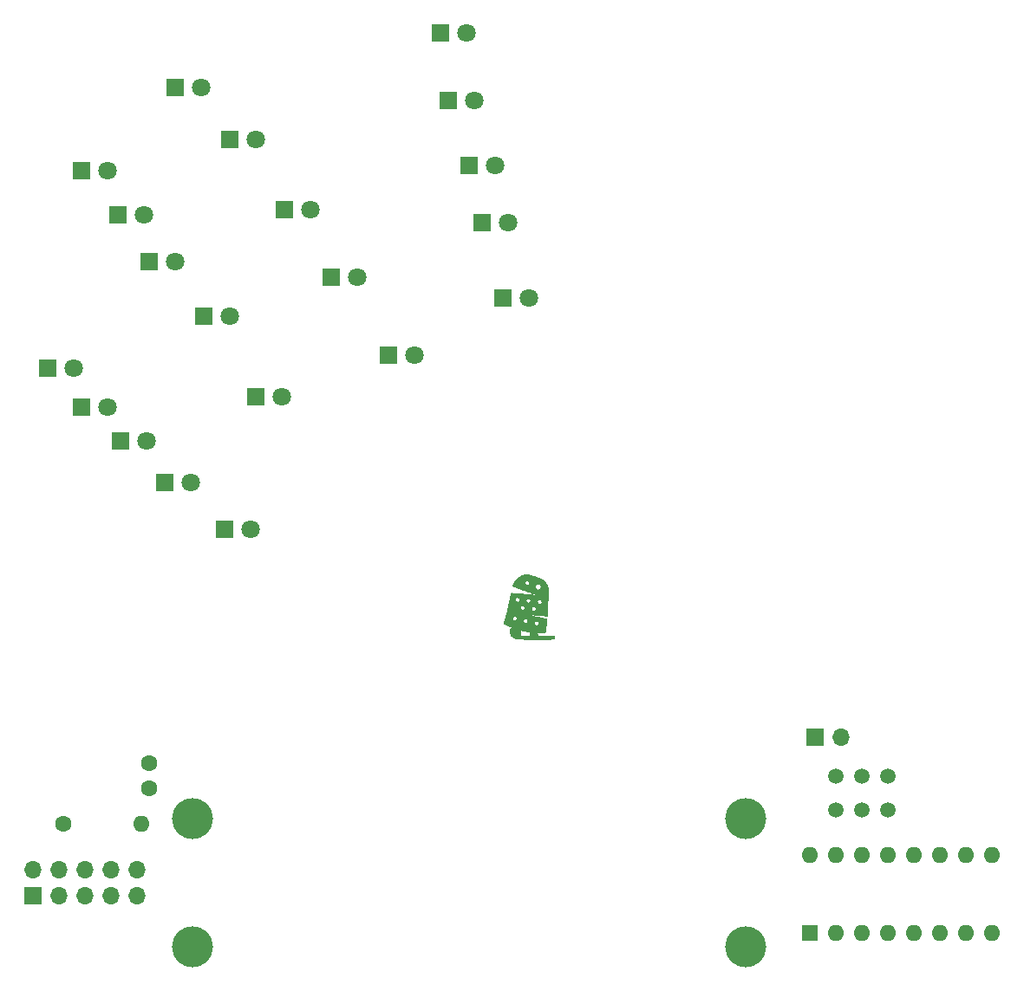
<source format=gbr>
G04 #@! TF.FileFunction,Soldermask,Bot*
%FSLAX46Y46*%
G04 Gerber Fmt 4.6, Leading zero omitted, Abs format (unit mm)*
G04 Created by KiCad (PCBNEW 4.0.6) date 11/09/17 18:57:56*
%MOMM*%
%LPD*%
G01*
G04 APERTURE LIST*
%ADD10C,0.100000*%
%ADD11C,0.010000*%
%ADD12C,4.000000*%
%ADD13R,1.800000X1.800000*%
%ADD14C,1.800000*%
%ADD15C,1.600000*%
%ADD16O,1.600000X1.600000*%
%ADD17C,1.500000*%
%ADD18R,1.600000X1.600000*%
%ADD19R,1.700000X1.700000*%
%ADD20O,1.700000X1.700000*%
G04 APERTURE END LIST*
D10*
D11*
G36*
X150531476Y-108599921D02*
X150439698Y-108607468D01*
X150362871Y-108619599D01*
X150347807Y-108623116D01*
X150251216Y-108654087D01*
X150145300Y-108699133D01*
X150038430Y-108754111D01*
X149938982Y-108814877D01*
X149889956Y-108849661D01*
X149768909Y-108951671D01*
X149647468Y-109074196D01*
X149529534Y-109212719D01*
X149419010Y-109362720D01*
X149338299Y-109488366D01*
X149296679Y-109568089D01*
X149276093Y-109633872D01*
X149276503Y-109685953D01*
X149297867Y-109724568D01*
X149298124Y-109724825D01*
X149312961Y-109731923D01*
X149350226Y-109746682D01*
X149408316Y-109768533D01*
X149485628Y-109796905D01*
X149580562Y-109831225D01*
X149691516Y-109870923D01*
X149816887Y-109915429D01*
X149955074Y-109964171D01*
X150104474Y-110016578D01*
X150263487Y-110072080D01*
X150430509Y-110130105D01*
X150589666Y-110185157D01*
X150761629Y-110244607D01*
X150926385Y-110301747D01*
X151082401Y-110356034D01*
X151228142Y-110406928D01*
X151362075Y-110453885D01*
X151482665Y-110496364D01*
X151588379Y-110533824D01*
X151677684Y-110565722D01*
X151749044Y-110591518D01*
X151800927Y-110610669D01*
X151831798Y-110622633D01*
X151840235Y-110626856D01*
X151825239Y-110626246D01*
X151786659Y-110623499D01*
X151726209Y-110618761D01*
X151645604Y-110612179D01*
X151546556Y-110603899D01*
X151430779Y-110594066D01*
X151299988Y-110582827D01*
X151155895Y-110570328D01*
X151000215Y-110556716D01*
X150834662Y-110542136D01*
X150660948Y-110526735D01*
X150537990Y-110515774D01*
X150358796Y-110499811D01*
X150185986Y-110484508D01*
X150021334Y-110470017D01*
X149866618Y-110456489D01*
X149723613Y-110444077D01*
X149594094Y-110432934D01*
X149479839Y-110423212D01*
X149382623Y-110415062D01*
X149304222Y-110408638D01*
X149246412Y-110404091D01*
X149210968Y-110401575D01*
X149200764Y-110401100D01*
X149147517Y-110406109D01*
X149112655Y-110423134D01*
X149090815Y-110455174D01*
X149087204Y-110464597D01*
X149082647Y-110483557D01*
X149074014Y-110525311D01*
X149061720Y-110587657D01*
X149046184Y-110668388D01*
X149027821Y-110765302D01*
X149007050Y-110876193D01*
X148984285Y-110998857D01*
X148959945Y-111131089D01*
X148934446Y-111270686D01*
X148925676Y-111318940D01*
X148777616Y-112134650D01*
X148601258Y-112689242D01*
X148564946Y-112804428D01*
X148531154Y-112913539D01*
X148500663Y-113013914D01*
X148474255Y-113102892D01*
X148452710Y-113177813D01*
X148436808Y-113236017D01*
X148427331Y-113274843D01*
X148424900Y-113290152D01*
X148428718Y-113329033D01*
X148437996Y-113360850D01*
X148438859Y-113362551D01*
X148455849Y-113377863D01*
X148493269Y-113401301D01*
X148548045Y-113431361D01*
X148617105Y-113466537D01*
X148697374Y-113505323D01*
X148785781Y-113546214D01*
X148879251Y-113587704D01*
X148974712Y-113628289D01*
X149015450Y-113645023D01*
X149080356Y-113671402D01*
X149139116Y-113695315D01*
X149186653Y-113714693D01*
X149217892Y-113727469D01*
X149225000Y-113730397D01*
X149244172Y-113739241D01*
X149245009Y-113745793D01*
X149225183Y-113754354D01*
X149209005Y-113759972D01*
X149128213Y-113800515D01*
X149062713Y-113860224D01*
X149014025Y-113936922D01*
X148983669Y-114028430D01*
X148974417Y-114095877D01*
X148977830Y-114222554D01*
X149005709Y-114342608D01*
X149057884Y-114455610D01*
X149134188Y-114561129D01*
X149173128Y-114602851D01*
X149273650Y-114688563D01*
X149382840Y-114751972D01*
X149505024Y-114795373D01*
X149558962Y-114807737D01*
X149659096Y-114824962D01*
X149782456Y-114841743D01*
X149926868Y-114857875D01*
X150090160Y-114873150D01*
X150270159Y-114887361D01*
X150464691Y-114900301D01*
X150628350Y-114909548D01*
X150688969Y-114911925D01*
X150772069Y-114913994D01*
X150874734Y-114915756D01*
X150994046Y-114917212D01*
X151127088Y-114918364D01*
X151270945Y-114919214D01*
X151422698Y-114919762D01*
X151579432Y-114920010D01*
X151738229Y-114919959D01*
X151896173Y-114919611D01*
X152050346Y-114918968D01*
X152197832Y-114918030D01*
X152335714Y-114916799D01*
X152461075Y-114915276D01*
X152570998Y-114913463D01*
X152662566Y-114911362D01*
X152732863Y-114908972D01*
X152742454Y-114908539D01*
X152824669Y-114904144D01*
X152909154Y-114898758D01*
X152987782Y-114892953D01*
X153052425Y-114887306D01*
X153072654Y-114885208D01*
X153163468Y-114873484D01*
X153231812Y-114860100D01*
X153280612Y-114843433D01*
X153312798Y-114821863D01*
X153331299Y-114793768D01*
X153339044Y-114757526D01*
X153339800Y-114737315D01*
X153335652Y-114684446D01*
X153319948Y-114649305D01*
X153287801Y-114625114D01*
X153247507Y-114609266D01*
X153230974Y-114604563D01*
X153210873Y-114600533D01*
X153185111Y-114597108D01*
X153151594Y-114594215D01*
X153108228Y-114591784D01*
X153052920Y-114589745D01*
X152983576Y-114588026D01*
X152898102Y-114586556D01*
X152794404Y-114585266D01*
X152670390Y-114584084D01*
X152523965Y-114582939D01*
X152453975Y-114582443D01*
X151726900Y-114577408D01*
X151726900Y-114540929D01*
X151718059Y-114463748D01*
X151694261Y-114383819D01*
X151662616Y-114319858D01*
X151642059Y-114286801D01*
X151628506Y-114263774D01*
X151625300Y-114257158D01*
X151637484Y-114256387D01*
X151671979Y-114256051D01*
X151725701Y-114256133D01*
X151795563Y-114256615D01*
X151878483Y-114257481D01*
X151971374Y-114258714D01*
X152010939Y-114259310D01*
X152120009Y-114260964D01*
X152206531Y-114262048D01*
X152273356Y-114262420D01*
X152323332Y-114261934D01*
X152359309Y-114260448D01*
X152384136Y-114257819D01*
X152400662Y-114253902D01*
X152411737Y-114248555D01*
X152420210Y-114241633D01*
X152423366Y-114238534D01*
X152445407Y-114208859D01*
X152452642Y-114191587D01*
X151037733Y-114191587D01*
X151034373Y-114203043D01*
X151022414Y-114229362D01*
X151015508Y-114243226D01*
X150999266Y-114293345D01*
X150991078Y-114358181D01*
X150991168Y-114428289D01*
X150999760Y-114494224D01*
X151008787Y-114527003D01*
X151027274Y-114579400D01*
X150770662Y-114579364D01*
X150670320Y-114578866D01*
X150557915Y-114577515D01*
X150443689Y-114575482D01*
X150337882Y-114572939D01*
X150277797Y-114571071D01*
X150041543Y-114562814D01*
X150047626Y-114446524D01*
X150045708Y-114334578D01*
X150026244Y-114232811D01*
X149987344Y-114135322D01*
X149927115Y-114036213D01*
X149907347Y-114008939D01*
X149884504Y-113976064D01*
X149872485Y-113953938D01*
X149873640Y-113946968D01*
X149874439Y-113947223D01*
X149892204Y-113952490D01*
X149930347Y-113962822D01*
X149984609Y-113977096D01*
X150050731Y-113994191D01*
X150120937Y-114012097D01*
X150322153Y-114060135D01*
X150530294Y-114104392D01*
X150734554Y-114142678D01*
X150888700Y-114167654D01*
X150946285Y-114176366D01*
X150993703Y-114183808D01*
X151025887Y-114189167D01*
X151037733Y-114191587D01*
X152452642Y-114191587D01*
X152456303Y-114182848D01*
X152460374Y-114158668D01*
X152467037Y-114113076D01*
X152475881Y-114049291D01*
X152486498Y-113970530D01*
X152498476Y-113880010D01*
X152511406Y-113780950D01*
X152524877Y-113676566D01*
X152538480Y-113570077D01*
X152551805Y-113464701D01*
X152564441Y-113363654D01*
X152565348Y-113356302D01*
X151822593Y-113356302D01*
X151805822Y-113417373D01*
X151769345Y-113474610D01*
X151715705Y-113523340D01*
X151682450Y-113543468D01*
X151626758Y-113561222D01*
X151567747Y-113556692D01*
X151514665Y-113536699D01*
X151455043Y-113496256D01*
X151411455Y-113442937D01*
X151386602Y-113381838D01*
X151383188Y-113318058D01*
X151387383Y-113296700D01*
X151414531Y-113235647D01*
X151458310Y-113182834D01*
X151512881Y-113143146D01*
X151572405Y-113121474D01*
X151599802Y-113118900D01*
X151662901Y-113130822D01*
X151722482Y-113163630D01*
X151773099Y-113212880D01*
X151809302Y-113274130D01*
X151817113Y-113296071D01*
X151822593Y-113356302D01*
X152565348Y-113356302D01*
X152575979Y-113270156D01*
X152586007Y-113187422D01*
X152594118Y-113118672D01*
X152599020Y-113074960D01*
X150744756Y-113074960D01*
X150741308Y-113142007D01*
X150712612Y-113210159D01*
X150706098Y-113220439D01*
X150667907Y-113261595D01*
X150616486Y-113295769D01*
X150561614Y-113317394D01*
X150527585Y-113322089D01*
X150492853Y-113316478D01*
X150450736Y-113302415D01*
X150436928Y-113296253D01*
X150394936Y-113268405D01*
X150357185Y-113231458D01*
X150349854Y-113221803D01*
X150315823Y-113154825D01*
X150307097Y-113089145D01*
X150323588Y-113025429D01*
X150365209Y-112964342D01*
X150386559Y-112942909D01*
X150449153Y-112899166D01*
X150513569Y-112880528D01*
X150578021Y-112886957D01*
X150640722Y-112918417D01*
X150676429Y-112948961D01*
X150723086Y-113010214D01*
X150744756Y-113074960D01*
X152599020Y-113074960D01*
X152599899Y-113067123D01*
X152602942Y-113035992D01*
X152603310Y-113029252D01*
X152596825Y-112983561D01*
X152574974Y-112952115D01*
X152533768Y-112930485D01*
X152507225Y-112922616D01*
X152485570Y-112917519D01*
X152441015Y-112907400D01*
X152375471Y-112892682D01*
X152290846Y-112873789D01*
X152189050Y-112851145D01*
X152157204Y-112844079D01*
X149697893Y-112844079D01*
X149692619Y-112905471D01*
X149667808Y-112965242D01*
X149625633Y-113018263D01*
X149568270Y-113059403D01*
X149564910Y-113061123D01*
X149503115Y-113084335D01*
X149447619Y-113086010D01*
X149391140Y-113065713D01*
X149363090Y-113049050D01*
X149306910Y-112999387D01*
X149272080Y-112940546D01*
X149258420Y-112876828D01*
X149265750Y-112812532D01*
X149293889Y-112751956D01*
X149342657Y-112699402D01*
X149378764Y-112675159D01*
X149444417Y-112651467D01*
X149510927Y-112651323D01*
X149574447Y-112673315D01*
X149631125Y-112716031D01*
X149677114Y-112778060D01*
X149681454Y-112786194D01*
X149697893Y-112844079D01*
X152157204Y-112844079D01*
X152071994Y-112825173D01*
X151941586Y-112796298D01*
X151799737Y-112764943D01*
X151648356Y-112731531D01*
X151489352Y-112696488D01*
X151353867Y-112666666D01*
X151192371Y-112631041D01*
X151038621Y-112596934D01*
X150894340Y-112564739D01*
X150761248Y-112534847D01*
X150641066Y-112507653D01*
X150535514Y-112483549D01*
X150446313Y-112462927D01*
X150375185Y-112446180D01*
X150323849Y-112433701D01*
X150294026Y-112425883D01*
X150287067Y-112423146D01*
X150302973Y-112423724D01*
X150342344Y-112426437D01*
X150403347Y-112431130D01*
X150484150Y-112437646D01*
X150582922Y-112445833D01*
X150697829Y-112455536D01*
X150827041Y-112466598D01*
X150968725Y-112478867D01*
X151121048Y-112492187D01*
X151282179Y-112506403D01*
X151450286Y-112521361D01*
X151452637Y-112521571D01*
X151620668Y-112536569D01*
X151781630Y-112550902D01*
X151933706Y-112564412D01*
X152075074Y-112576937D01*
X152203917Y-112588317D01*
X152318413Y-112598393D01*
X152416745Y-112607004D01*
X152497092Y-112613990D01*
X152557635Y-112619192D01*
X152596555Y-112622448D01*
X152612032Y-112623599D01*
X152612089Y-112623600D01*
X152632490Y-112615219D01*
X152658499Y-112594805D01*
X152660928Y-112592427D01*
X152692100Y-112561254D01*
X152692150Y-112417363D01*
X150235492Y-112417363D01*
X150223009Y-112419397D01*
X150206537Y-112417062D01*
X150206340Y-112412727D01*
X150223338Y-112409695D01*
X150230682Y-112411724D01*
X150235492Y-112417363D01*
X152692150Y-112417363D01*
X152692327Y-111910493D01*
X151535161Y-111910493D01*
X151530099Y-111977545D01*
X151500473Y-112039038D01*
X151464509Y-112079974D01*
X151402441Y-112125549D01*
X151338936Y-112145769D01*
X151273908Y-112140641D01*
X151207270Y-112110174D01*
X151199850Y-112105284D01*
X151150007Y-112059787D01*
X151114761Y-112003875D01*
X151097674Y-111944499D01*
X151098096Y-111906636D01*
X151121259Y-111834513D01*
X151123409Y-111831652D01*
X150442614Y-111831652D01*
X150432272Y-111876919D01*
X150424544Y-111896759D01*
X150385828Y-111962666D01*
X150330699Y-112010629D01*
X150298150Y-112028096D01*
X150249838Y-112046445D01*
X150209810Y-112049400D01*
X150166140Y-112036956D01*
X150145750Y-112028022D01*
X150077717Y-111985177D01*
X150030754Y-111930958D01*
X150005910Y-111868198D01*
X150004233Y-111799729D01*
X150026772Y-111728385D01*
X150031450Y-111719205D01*
X150050007Y-111676919D01*
X150061442Y-111636551D01*
X150063200Y-111620434D01*
X150065079Y-111594315D01*
X150073863Y-111588509D01*
X150087766Y-111594453D01*
X150113140Y-111601416D01*
X150154154Y-111606182D01*
X150193229Y-111607600D01*
X150274616Y-111618131D01*
X150342223Y-111649130D01*
X150394508Y-111699703D01*
X150416970Y-111737169D01*
X150437685Y-111788700D01*
X150442614Y-111831652D01*
X151123409Y-111831652D01*
X151165976Y-111775022D01*
X151211541Y-111740870D01*
X151250025Y-111720926D01*
X151285317Y-111710721D01*
X151326294Y-111709025D01*
X151381833Y-111714608D01*
X151391503Y-111715932D01*
X151439391Y-111719021D01*
X151474667Y-111714305D01*
X151480913Y-111711708D01*
X151497167Y-111705323D01*
X151502601Y-111713915D01*
X151500599Y-111741908D01*
X151502221Y-111782360D01*
X151512654Y-111827393D01*
X151515963Y-111836436D01*
X151535161Y-111910493D01*
X152692327Y-111910493D01*
X152692403Y-111693902D01*
X152692644Y-111526725D01*
X152693229Y-111372056D01*
X152694082Y-111240108D01*
X152109855Y-111240108D01*
X152104562Y-111277400D01*
X152076840Y-111345388D01*
X152032781Y-111395932D01*
X151971256Y-111429712D01*
X151891136Y-111447410D01*
X151817328Y-111450526D01*
X151706952Y-111448850D01*
X151711958Y-111414329D01*
X151709901Y-111383704D01*
X151699315Y-111341237D01*
X151688035Y-111310012D01*
X151672017Y-111268020D01*
X151666012Y-111238103D01*
X151668915Y-111209497D01*
X151675270Y-111185782D01*
X151699487Y-111135350D01*
X151722512Y-111106460D01*
X151011456Y-111106460D01*
X151008008Y-111173507D01*
X150979312Y-111241659D01*
X150972798Y-111251939D01*
X150934607Y-111293095D01*
X150883186Y-111327269D01*
X150828314Y-111348894D01*
X150794285Y-111353589D01*
X150760031Y-111347994D01*
X150717693Y-111333896D01*
X150701372Y-111326661D01*
X150644083Y-111286587D01*
X150602270Y-111232273D01*
X150578558Y-111169415D01*
X150575576Y-111103709D01*
X150583110Y-111070244D01*
X150607095Y-111026086D01*
X150619623Y-111011871D01*
X149940647Y-111011871D01*
X149937280Y-111079556D01*
X149909325Y-111146185D01*
X149902643Y-111156400D01*
X149891696Y-111184805D01*
X149885755Y-111224543D01*
X149885400Y-111236068D01*
X149884711Y-111269677D01*
X149880120Y-111282446D01*
X149867846Y-111278934D01*
X149856044Y-111271450D01*
X149817662Y-111258144D01*
X149758998Y-111254053D01*
X149751269Y-111254197D01*
X149680844Y-111249327D01*
X149624210Y-111228153D01*
X149573201Y-111187142D01*
X149557779Y-111170445D01*
X149518058Y-111108418D01*
X149502283Y-111042801D01*
X149510039Y-110977192D01*
X149540908Y-110915188D01*
X149593578Y-110861078D01*
X149657213Y-110825700D01*
X149723511Y-110814868D01*
X149789636Y-110828334D01*
X149852751Y-110865847D01*
X149874901Y-110885900D01*
X149919746Y-110946271D01*
X149940647Y-111011871D01*
X150619623Y-111011871D01*
X150646431Y-110981455D01*
X150693368Y-110943351D01*
X150740156Y-110918776D01*
X150755435Y-110914596D01*
X150822847Y-110914435D01*
X150888099Y-110938285D01*
X150943129Y-110980461D01*
X150989786Y-111041714D01*
X151011456Y-111106460D01*
X151722512Y-111106460D01*
X151738480Y-111086425D01*
X151785361Y-111045764D01*
X151833241Y-111020124D01*
X151848306Y-111016070D01*
X151913426Y-111015389D01*
X151975168Y-111035254D01*
X152029608Y-111071662D01*
X152072819Y-111120608D01*
X152100876Y-111178091D01*
X152109855Y-111240108D01*
X152694082Y-111240108D01*
X152694138Y-111231513D01*
X152695347Y-111106712D01*
X152696834Y-110999272D01*
X152698577Y-110910809D01*
X152700554Y-110842941D01*
X152702743Y-110797285D01*
X152705047Y-110775750D01*
X152716212Y-110718766D01*
X152727165Y-110643355D01*
X152737216Y-110556484D01*
X152745676Y-110465121D01*
X152751853Y-110376234D01*
X152755059Y-110296790D01*
X152755353Y-110267827D01*
X152745302Y-110061997D01*
X152716061Y-109871376D01*
X152694571Y-109793361D01*
X152017966Y-109793361D01*
X152003258Y-109867277D01*
X151971074Y-109928734D01*
X151913252Y-109995893D01*
X151846289Y-110041851D01*
X151773145Y-110065457D01*
X151696778Y-110065565D01*
X151649555Y-110053486D01*
X151578719Y-110016608D01*
X151520134Y-109963445D01*
X151477184Y-109898880D01*
X151453251Y-109827799D01*
X151450384Y-109765955D01*
X151469861Y-109689450D01*
X151510761Y-109618927D01*
X151569106Y-109560574D01*
X151592890Y-109544185D01*
X151666131Y-109512741D01*
X151742627Y-109504352D01*
X151817900Y-109517881D01*
X151887470Y-109552190D01*
X151946857Y-109606142D01*
X151971472Y-109640353D01*
X152007371Y-109717819D01*
X152017966Y-109793361D01*
X152694571Y-109793361D01*
X152667861Y-109696404D01*
X152600931Y-109537522D01*
X152515503Y-109395171D01*
X152504432Y-109381784D01*
X150900243Y-109381784D01*
X150899796Y-109445759D01*
X150878424Y-109507085D01*
X150837093Y-109561951D01*
X150776774Y-109606544D01*
X150742650Y-109622664D01*
X150687221Y-109632354D01*
X150625703Y-109622337D01*
X150574603Y-109599038D01*
X150521270Y-109554225D01*
X150483859Y-109498002D01*
X150464960Y-109436268D01*
X150467159Y-109374918D01*
X150470674Y-109362234D01*
X150504416Y-109292860D01*
X150552163Y-109241244D01*
X150609875Y-109208507D01*
X150673514Y-109195772D01*
X150739042Y-109204162D01*
X150802421Y-109234798D01*
X150834486Y-109261138D01*
X150878796Y-109318973D01*
X150900243Y-109381784D01*
X152504432Y-109381784D01*
X152411807Y-109269793D01*
X152290075Y-109161827D01*
X152150536Y-109071716D01*
X152121319Y-109056286D01*
X152083758Y-109039169D01*
X152025392Y-109015202D01*
X151949516Y-108985560D01*
X151859426Y-108951414D01*
X151758416Y-108913940D01*
X151649782Y-108874310D01*
X151536819Y-108833699D01*
X151422821Y-108793279D01*
X151311083Y-108754224D01*
X151204901Y-108717708D01*
X151107569Y-108684904D01*
X151022383Y-108656986D01*
X150952638Y-108635127D01*
X150901628Y-108620501D01*
X150888700Y-108617283D01*
X150816819Y-108605637D01*
X150728007Y-108598919D01*
X150630236Y-108597042D01*
X150531476Y-108599921D01*
X150531476Y-108599921D01*
G37*
X150531476Y-108599921D02*
X150439698Y-108607468D01*
X150362871Y-108619599D01*
X150347807Y-108623116D01*
X150251216Y-108654087D01*
X150145300Y-108699133D01*
X150038430Y-108754111D01*
X149938982Y-108814877D01*
X149889956Y-108849661D01*
X149768909Y-108951671D01*
X149647468Y-109074196D01*
X149529534Y-109212719D01*
X149419010Y-109362720D01*
X149338299Y-109488366D01*
X149296679Y-109568089D01*
X149276093Y-109633872D01*
X149276503Y-109685953D01*
X149297867Y-109724568D01*
X149298124Y-109724825D01*
X149312961Y-109731923D01*
X149350226Y-109746682D01*
X149408316Y-109768533D01*
X149485628Y-109796905D01*
X149580562Y-109831225D01*
X149691516Y-109870923D01*
X149816887Y-109915429D01*
X149955074Y-109964171D01*
X150104474Y-110016578D01*
X150263487Y-110072080D01*
X150430509Y-110130105D01*
X150589666Y-110185157D01*
X150761629Y-110244607D01*
X150926385Y-110301747D01*
X151082401Y-110356034D01*
X151228142Y-110406928D01*
X151362075Y-110453885D01*
X151482665Y-110496364D01*
X151588379Y-110533824D01*
X151677684Y-110565722D01*
X151749044Y-110591518D01*
X151800927Y-110610669D01*
X151831798Y-110622633D01*
X151840235Y-110626856D01*
X151825239Y-110626246D01*
X151786659Y-110623499D01*
X151726209Y-110618761D01*
X151645604Y-110612179D01*
X151546556Y-110603899D01*
X151430779Y-110594066D01*
X151299988Y-110582827D01*
X151155895Y-110570328D01*
X151000215Y-110556716D01*
X150834662Y-110542136D01*
X150660948Y-110526735D01*
X150537990Y-110515774D01*
X150358796Y-110499811D01*
X150185986Y-110484508D01*
X150021334Y-110470017D01*
X149866618Y-110456489D01*
X149723613Y-110444077D01*
X149594094Y-110432934D01*
X149479839Y-110423212D01*
X149382623Y-110415062D01*
X149304222Y-110408638D01*
X149246412Y-110404091D01*
X149210968Y-110401575D01*
X149200764Y-110401100D01*
X149147517Y-110406109D01*
X149112655Y-110423134D01*
X149090815Y-110455174D01*
X149087204Y-110464597D01*
X149082647Y-110483557D01*
X149074014Y-110525311D01*
X149061720Y-110587657D01*
X149046184Y-110668388D01*
X149027821Y-110765302D01*
X149007050Y-110876193D01*
X148984285Y-110998857D01*
X148959945Y-111131089D01*
X148934446Y-111270686D01*
X148925676Y-111318940D01*
X148777616Y-112134650D01*
X148601258Y-112689242D01*
X148564946Y-112804428D01*
X148531154Y-112913539D01*
X148500663Y-113013914D01*
X148474255Y-113102892D01*
X148452710Y-113177813D01*
X148436808Y-113236017D01*
X148427331Y-113274843D01*
X148424900Y-113290152D01*
X148428718Y-113329033D01*
X148437996Y-113360850D01*
X148438859Y-113362551D01*
X148455849Y-113377863D01*
X148493269Y-113401301D01*
X148548045Y-113431361D01*
X148617105Y-113466537D01*
X148697374Y-113505323D01*
X148785781Y-113546214D01*
X148879251Y-113587704D01*
X148974712Y-113628289D01*
X149015450Y-113645023D01*
X149080356Y-113671402D01*
X149139116Y-113695315D01*
X149186653Y-113714693D01*
X149217892Y-113727469D01*
X149225000Y-113730397D01*
X149244172Y-113739241D01*
X149245009Y-113745793D01*
X149225183Y-113754354D01*
X149209005Y-113759972D01*
X149128213Y-113800515D01*
X149062713Y-113860224D01*
X149014025Y-113936922D01*
X148983669Y-114028430D01*
X148974417Y-114095877D01*
X148977830Y-114222554D01*
X149005709Y-114342608D01*
X149057884Y-114455610D01*
X149134188Y-114561129D01*
X149173128Y-114602851D01*
X149273650Y-114688563D01*
X149382840Y-114751972D01*
X149505024Y-114795373D01*
X149558962Y-114807737D01*
X149659096Y-114824962D01*
X149782456Y-114841743D01*
X149926868Y-114857875D01*
X150090160Y-114873150D01*
X150270159Y-114887361D01*
X150464691Y-114900301D01*
X150628350Y-114909548D01*
X150688969Y-114911925D01*
X150772069Y-114913994D01*
X150874734Y-114915756D01*
X150994046Y-114917212D01*
X151127088Y-114918364D01*
X151270945Y-114919214D01*
X151422698Y-114919762D01*
X151579432Y-114920010D01*
X151738229Y-114919959D01*
X151896173Y-114919611D01*
X152050346Y-114918968D01*
X152197832Y-114918030D01*
X152335714Y-114916799D01*
X152461075Y-114915276D01*
X152570998Y-114913463D01*
X152662566Y-114911362D01*
X152732863Y-114908972D01*
X152742454Y-114908539D01*
X152824669Y-114904144D01*
X152909154Y-114898758D01*
X152987782Y-114892953D01*
X153052425Y-114887306D01*
X153072654Y-114885208D01*
X153163468Y-114873484D01*
X153231812Y-114860100D01*
X153280612Y-114843433D01*
X153312798Y-114821863D01*
X153331299Y-114793768D01*
X153339044Y-114757526D01*
X153339800Y-114737315D01*
X153335652Y-114684446D01*
X153319948Y-114649305D01*
X153287801Y-114625114D01*
X153247507Y-114609266D01*
X153230974Y-114604563D01*
X153210873Y-114600533D01*
X153185111Y-114597108D01*
X153151594Y-114594215D01*
X153108228Y-114591784D01*
X153052920Y-114589745D01*
X152983576Y-114588026D01*
X152898102Y-114586556D01*
X152794404Y-114585266D01*
X152670390Y-114584084D01*
X152523965Y-114582939D01*
X152453975Y-114582443D01*
X151726900Y-114577408D01*
X151726900Y-114540929D01*
X151718059Y-114463748D01*
X151694261Y-114383819D01*
X151662616Y-114319858D01*
X151642059Y-114286801D01*
X151628506Y-114263774D01*
X151625300Y-114257158D01*
X151637484Y-114256387D01*
X151671979Y-114256051D01*
X151725701Y-114256133D01*
X151795563Y-114256615D01*
X151878483Y-114257481D01*
X151971374Y-114258714D01*
X152010939Y-114259310D01*
X152120009Y-114260964D01*
X152206531Y-114262048D01*
X152273356Y-114262420D01*
X152323332Y-114261934D01*
X152359309Y-114260448D01*
X152384136Y-114257819D01*
X152400662Y-114253902D01*
X152411737Y-114248555D01*
X152420210Y-114241633D01*
X152423366Y-114238534D01*
X152445407Y-114208859D01*
X152452642Y-114191587D01*
X151037733Y-114191587D01*
X151034373Y-114203043D01*
X151022414Y-114229362D01*
X151015508Y-114243226D01*
X150999266Y-114293345D01*
X150991078Y-114358181D01*
X150991168Y-114428289D01*
X150999760Y-114494224D01*
X151008787Y-114527003D01*
X151027274Y-114579400D01*
X150770662Y-114579364D01*
X150670320Y-114578866D01*
X150557915Y-114577515D01*
X150443689Y-114575482D01*
X150337882Y-114572939D01*
X150277797Y-114571071D01*
X150041543Y-114562814D01*
X150047626Y-114446524D01*
X150045708Y-114334578D01*
X150026244Y-114232811D01*
X149987344Y-114135322D01*
X149927115Y-114036213D01*
X149907347Y-114008939D01*
X149884504Y-113976064D01*
X149872485Y-113953938D01*
X149873640Y-113946968D01*
X149874439Y-113947223D01*
X149892204Y-113952490D01*
X149930347Y-113962822D01*
X149984609Y-113977096D01*
X150050731Y-113994191D01*
X150120937Y-114012097D01*
X150322153Y-114060135D01*
X150530294Y-114104392D01*
X150734554Y-114142678D01*
X150888700Y-114167654D01*
X150946285Y-114176366D01*
X150993703Y-114183808D01*
X151025887Y-114189167D01*
X151037733Y-114191587D01*
X152452642Y-114191587D01*
X152456303Y-114182848D01*
X152460374Y-114158668D01*
X152467037Y-114113076D01*
X152475881Y-114049291D01*
X152486498Y-113970530D01*
X152498476Y-113880010D01*
X152511406Y-113780950D01*
X152524877Y-113676566D01*
X152538480Y-113570077D01*
X152551805Y-113464701D01*
X152564441Y-113363654D01*
X152565348Y-113356302D01*
X151822593Y-113356302D01*
X151805822Y-113417373D01*
X151769345Y-113474610D01*
X151715705Y-113523340D01*
X151682450Y-113543468D01*
X151626758Y-113561222D01*
X151567747Y-113556692D01*
X151514665Y-113536699D01*
X151455043Y-113496256D01*
X151411455Y-113442937D01*
X151386602Y-113381838D01*
X151383188Y-113318058D01*
X151387383Y-113296700D01*
X151414531Y-113235647D01*
X151458310Y-113182834D01*
X151512881Y-113143146D01*
X151572405Y-113121474D01*
X151599802Y-113118900D01*
X151662901Y-113130822D01*
X151722482Y-113163630D01*
X151773099Y-113212880D01*
X151809302Y-113274130D01*
X151817113Y-113296071D01*
X151822593Y-113356302D01*
X152565348Y-113356302D01*
X152575979Y-113270156D01*
X152586007Y-113187422D01*
X152594118Y-113118672D01*
X152599020Y-113074960D01*
X150744756Y-113074960D01*
X150741308Y-113142007D01*
X150712612Y-113210159D01*
X150706098Y-113220439D01*
X150667907Y-113261595D01*
X150616486Y-113295769D01*
X150561614Y-113317394D01*
X150527585Y-113322089D01*
X150492853Y-113316478D01*
X150450736Y-113302415D01*
X150436928Y-113296253D01*
X150394936Y-113268405D01*
X150357185Y-113231458D01*
X150349854Y-113221803D01*
X150315823Y-113154825D01*
X150307097Y-113089145D01*
X150323588Y-113025429D01*
X150365209Y-112964342D01*
X150386559Y-112942909D01*
X150449153Y-112899166D01*
X150513569Y-112880528D01*
X150578021Y-112886957D01*
X150640722Y-112918417D01*
X150676429Y-112948961D01*
X150723086Y-113010214D01*
X150744756Y-113074960D01*
X152599020Y-113074960D01*
X152599899Y-113067123D01*
X152602942Y-113035992D01*
X152603310Y-113029252D01*
X152596825Y-112983561D01*
X152574974Y-112952115D01*
X152533768Y-112930485D01*
X152507225Y-112922616D01*
X152485570Y-112917519D01*
X152441015Y-112907400D01*
X152375471Y-112892682D01*
X152290846Y-112873789D01*
X152189050Y-112851145D01*
X152157204Y-112844079D01*
X149697893Y-112844079D01*
X149692619Y-112905471D01*
X149667808Y-112965242D01*
X149625633Y-113018263D01*
X149568270Y-113059403D01*
X149564910Y-113061123D01*
X149503115Y-113084335D01*
X149447619Y-113086010D01*
X149391140Y-113065713D01*
X149363090Y-113049050D01*
X149306910Y-112999387D01*
X149272080Y-112940546D01*
X149258420Y-112876828D01*
X149265750Y-112812532D01*
X149293889Y-112751956D01*
X149342657Y-112699402D01*
X149378764Y-112675159D01*
X149444417Y-112651467D01*
X149510927Y-112651323D01*
X149574447Y-112673315D01*
X149631125Y-112716031D01*
X149677114Y-112778060D01*
X149681454Y-112786194D01*
X149697893Y-112844079D01*
X152157204Y-112844079D01*
X152071994Y-112825173D01*
X151941586Y-112796298D01*
X151799737Y-112764943D01*
X151648356Y-112731531D01*
X151489352Y-112696488D01*
X151353867Y-112666666D01*
X151192371Y-112631041D01*
X151038621Y-112596934D01*
X150894340Y-112564739D01*
X150761248Y-112534847D01*
X150641066Y-112507653D01*
X150535514Y-112483549D01*
X150446313Y-112462927D01*
X150375185Y-112446180D01*
X150323849Y-112433701D01*
X150294026Y-112425883D01*
X150287067Y-112423146D01*
X150302973Y-112423724D01*
X150342344Y-112426437D01*
X150403347Y-112431130D01*
X150484150Y-112437646D01*
X150582922Y-112445833D01*
X150697829Y-112455536D01*
X150827041Y-112466598D01*
X150968725Y-112478867D01*
X151121048Y-112492187D01*
X151282179Y-112506403D01*
X151450286Y-112521361D01*
X151452637Y-112521571D01*
X151620668Y-112536569D01*
X151781630Y-112550902D01*
X151933706Y-112564412D01*
X152075074Y-112576937D01*
X152203917Y-112588317D01*
X152318413Y-112598393D01*
X152416745Y-112607004D01*
X152497092Y-112613990D01*
X152557635Y-112619192D01*
X152596555Y-112622448D01*
X152612032Y-112623599D01*
X152612089Y-112623600D01*
X152632490Y-112615219D01*
X152658499Y-112594805D01*
X152660928Y-112592427D01*
X152692100Y-112561254D01*
X152692150Y-112417363D01*
X150235492Y-112417363D01*
X150223009Y-112419397D01*
X150206537Y-112417062D01*
X150206340Y-112412727D01*
X150223338Y-112409695D01*
X150230682Y-112411724D01*
X150235492Y-112417363D01*
X152692150Y-112417363D01*
X152692327Y-111910493D01*
X151535161Y-111910493D01*
X151530099Y-111977545D01*
X151500473Y-112039038D01*
X151464509Y-112079974D01*
X151402441Y-112125549D01*
X151338936Y-112145769D01*
X151273908Y-112140641D01*
X151207270Y-112110174D01*
X151199850Y-112105284D01*
X151150007Y-112059787D01*
X151114761Y-112003875D01*
X151097674Y-111944499D01*
X151098096Y-111906636D01*
X151121259Y-111834513D01*
X151123409Y-111831652D01*
X150442614Y-111831652D01*
X150432272Y-111876919D01*
X150424544Y-111896759D01*
X150385828Y-111962666D01*
X150330699Y-112010629D01*
X150298150Y-112028096D01*
X150249838Y-112046445D01*
X150209810Y-112049400D01*
X150166140Y-112036956D01*
X150145750Y-112028022D01*
X150077717Y-111985177D01*
X150030754Y-111930958D01*
X150005910Y-111868198D01*
X150004233Y-111799729D01*
X150026772Y-111728385D01*
X150031450Y-111719205D01*
X150050007Y-111676919D01*
X150061442Y-111636551D01*
X150063200Y-111620434D01*
X150065079Y-111594315D01*
X150073863Y-111588509D01*
X150087766Y-111594453D01*
X150113140Y-111601416D01*
X150154154Y-111606182D01*
X150193229Y-111607600D01*
X150274616Y-111618131D01*
X150342223Y-111649130D01*
X150394508Y-111699703D01*
X150416970Y-111737169D01*
X150437685Y-111788700D01*
X150442614Y-111831652D01*
X151123409Y-111831652D01*
X151165976Y-111775022D01*
X151211541Y-111740870D01*
X151250025Y-111720926D01*
X151285317Y-111710721D01*
X151326294Y-111709025D01*
X151381833Y-111714608D01*
X151391503Y-111715932D01*
X151439391Y-111719021D01*
X151474667Y-111714305D01*
X151480913Y-111711708D01*
X151497167Y-111705323D01*
X151502601Y-111713915D01*
X151500599Y-111741908D01*
X151502221Y-111782360D01*
X151512654Y-111827393D01*
X151515963Y-111836436D01*
X151535161Y-111910493D01*
X152692327Y-111910493D01*
X152692403Y-111693902D01*
X152692644Y-111526725D01*
X152693229Y-111372056D01*
X152694082Y-111240108D01*
X152109855Y-111240108D01*
X152104562Y-111277400D01*
X152076840Y-111345388D01*
X152032781Y-111395932D01*
X151971256Y-111429712D01*
X151891136Y-111447410D01*
X151817328Y-111450526D01*
X151706952Y-111448850D01*
X151711958Y-111414329D01*
X151709901Y-111383704D01*
X151699315Y-111341237D01*
X151688035Y-111310012D01*
X151672017Y-111268020D01*
X151666012Y-111238103D01*
X151668915Y-111209497D01*
X151675270Y-111185782D01*
X151699487Y-111135350D01*
X151722512Y-111106460D01*
X151011456Y-111106460D01*
X151008008Y-111173507D01*
X150979312Y-111241659D01*
X150972798Y-111251939D01*
X150934607Y-111293095D01*
X150883186Y-111327269D01*
X150828314Y-111348894D01*
X150794285Y-111353589D01*
X150760031Y-111347994D01*
X150717693Y-111333896D01*
X150701372Y-111326661D01*
X150644083Y-111286587D01*
X150602270Y-111232273D01*
X150578558Y-111169415D01*
X150575576Y-111103709D01*
X150583110Y-111070244D01*
X150607095Y-111026086D01*
X150619623Y-111011871D01*
X149940647Y-111011871D01*
X149937280Y-111079556D01*
X149909325Y-111146185D01*
X149902643Y-111156400D01*
X149891696Y-111184805D01*
X149885755Y-111224543D01*
X149885400Y-111236068D01*
X149884711Y-111269677D01*
X149880120Y-111282446D01*
X149867846Y-111278934D01*
X149856044Y-111271450D01*
X149817662Y-111258144D01*
X149758998Y-111254053D01*
X149751269Y-111254197D01*
X149680844Y-111249327D01*
X149624210Y-111228153D01*
X149573201Y-111187142D01*
X149557779Y-111170445D01*
X149518058Y-111108418D01*
X149502283Y-111042801D01*
X149510039Y-110977192D01*
X149540908Y-110915188D01*
X149593578Y-110861078D01*
X149657213Y-110825700D01*
X149723511Y-110814868D01*
X149789636Y-110828334D01*
X149852751Y-110865847D01*
X149874901Y-110885900D01*
X149919746Y-110946271D01*
X149940647Y-111011871D01*
X150619623Y-111011871D01*
X150646431Y-110981455D01*
X150693368Y-110943351D01*
X150740156Y-110918776D01*
X150755435Y-110914596D01*
X150822847Y-110914435D01*
X150888099Y-110938285D01*
X150943129Y-110980461D01*
X150989786Y-111041714D01*
X151011456Y-111106460D01*
X151722512Y-111106460D01*
X151738480Y-111086425D01*
X151785361Y-111045764D01*
X151833241Y-111020124D01*
X151848306Y-111016070D01*
X151913426Y-111015389D01*
X151975168Y-111035254D01*
X152029608Y-111071662D01*
X152072819Y-111120608D01*
X152100876Y-111178091D01*
X152109855Y-111240108D01*
X152694082Y-111240108D01*
X152694138Y-111231513D01*
X152695347Y-111106712D01*
X152696834Y-110999272D01*
X152698577Y-110910809D01*
X152700554Y-110842941D01*
X152702743Y-110797285D01*
X152705047Y-110775750D01*
X152716212Y-110718766D01*
X152727165Y-110643355D01*
X152737216Y-110556484D01*
X152745676Y-110465121D01*
X152751853Y-110376234D01*
X152755059Y-110296790D01*
X152755353Y-110267827D01*
X152745302Y-110061997D01*
X152716061Y-109871376D01*
X152694571Y-109793361D01*
X152017966Y-109793361D01*
X152003258Y-109867277D01*
X151971074Y-109928734D01*
X151913252Y-109995893D01*
X151846289Y-110041851D01*
X151773145Y-110065457D01*
X151696778Y-110065565D01*
X151649555Y-110053486D01*
X151578719Y-110016608D01*
X151520134Y-109963445D01*
X151477184Y-109898880D01*
X151453251Y-109827799D01*
X151450384Y-109765955D01*
X151469861Y-109689450D01*
X151510761Y-109618927D01*
X151569106Y-109560574D01*
X151592890Y-109544185D01*
X151666131Y-109512741D01*
X151742627Y-109504352D01*
X151817900Y-109517881D01*
X151887470Y-109552190D01*
X151946857Y-109606142D01*
X151971472Y-109640353D01*
X152007371Y-109717819D01*
X152017966Y-109793361D01*
X152694571Y-109793361D01*
X152667861Y-109696404D01*
X152600931Y-109537522D01*
X152515503Y-109395171D01*
X152504432Y-109381784D01*
X150900243Y-109381784D01*
X150899796Y-109445759D01*
X150878424Y-109507085D01*
X150837093Y-109561951D01*
X150776774Y-109606544D01*
X150742650Y-109622664D01*
X150687221Y-109632354D01*
X150625703Y-109622337D01*
X150574603Y-109599038D01*
X150521270Y-109554225D01*
X150483859Y-109498002D01*
X150464960Y-109436268D01*
X150467159Y-109374918D01*
X150470674Y-109362234D01*
X150504416Y-109292860D01*
X150552163Y-109241244D01*
X150609875Y-109208507D01*
X150673514Y-109195772D01*
X150739042Y-109204162D01*
X150802421Y-109234798D01*
X150834486Y-109261138D01*
X150878796Y-109318973D01*
X150900243Y-109381784D01*
X152504432Y-109381784D01*
X152411807Y-109269793D01*
X152290075Y-109161827D01*
X152150536Y-109071716D01*
X152121319Y-109056286D01*
X152083758Y-109039169D01*
X152025392Y-109015202D01*
X151949516Y-108985560D01*
X151859426Y-108951414D01*
X151758416Y-108913940D01*
X151649782Y-108874310D01*
X151536819Y-108833699D01*
X151422821Y-108793279D01*
X151311083Y-108754224D01*
X151204901Y-108717708D01*
X151107569Y-108684904D01*
X151022383Y-108656986D01*
X150952638Y-108635127D01*
X150901628Y-108620501D01*
X150888700Y-108617283D01*
X150816819Y-108605637D01*
X150728007Y-108598919D01*
X150630236Y-108597042D01*
X150531476Y-108599921D01*
D12*
X172000000Y-145000000D03*
X118000000Y-132500000D03*
X172000000Y-132500000D03*
D13*
X103886000Y-88392000D03*
D14*
X106426000Y-88392000D03*
D13*
X110998000Y-95504000D03*
D14*
X113538000Y-95504000D03*
D13*
X121158000Y-104140000D03*
D14*
X123698000Y-104140000D03*
D13*
X107188000Y-92202000D03*
D14*
X109728000Y-92202000D03*
D13*
X115316000Y-99568000D03*
D14*
X117856000Y-99568000D03*
D13*
X107188000Y-69088000D03*
D14*
X109728000Y-69088000D03*
D13*
X113792000Y-77978000D03*
D14*
X116332000Y-77978000D03*
D13*
X124206000Y-91186000D03*
D14*
X126746000Y-91186000D03*
D13*
X110744000Y-73406000D03*
D14*
X113284000Y-73406000D03*
D13*
X119126000Y-83312000D03*
D14*
X121666000Y-83312000D03*
D13*
X116332000Y-60960000D03*
D14*
X118872000Y-60960000D03*
D13*
X127000000Y-72898000D03*
D14*
X129540000Y-72898000D03*
D13*
X137160000Y-87122000D03*
D14*
X139700000Y-87122000D03*
D13*
X121666000Y-66040000D03*
D14*
X124206000Y-66040000D03*
D13*
X131572000Y-79502000D03*
D14*
X134112000Y-79502000D03*
D13*
X142240000Y-55626000D03*
D14*
X144780000Y-55626000D03*
D13*
X145034000Y-68580000D03*
D14*
X147574000Y-68580000D03*
D13*
X148336000Y-81534000D03*
D14*
X150876000Y-81534000D03*
D13*
X143002000Y-62230000D03*
D14*
X145542000Y-62230000D03*
D13*
X146304000Y-74168000D03*
D14*
X148844000Y-74168000D03*
D15*
X105380000Y-133000000D03*
D16*
X113000000Y-133000000D03*
D17*
X183388000Y-128270000D03*
X185888000Y-128270000D03*
X180888000Y-128270000D03*
X180888000Y-131570000D03*
X183388000Y-131570000D03*
X185888000Y-131570000D03*
D18*
X178300000Y-143620000D03*
D16*
X196080000Y-136000000D03*
X180840000Y-143620000D03*
X193540000Y-136000000D03*
X183380000Y-143620000D03*
X191000000Y-136000000D03*
X185920000Y-143620000D03*
X188460000Y-136000000D03*
X188460000Y-143620000D03*
X185920000Y-136000000D03*
X191000000Y-143620000D03*
X183380000Y-136000000D03*
X193540000Y-143620000D03*
X180840000Y-136000000D03*
X196080000Y-143620000D03*
X178300000Y-136000000D03*
D19*
X178816000Y-124460000D03*
D20*
X181356000Y-124460000D03*
D15*
X113750000Y-129500000D03*
X113750000Y-127000000D03*
D12*
X118000000Y-145000000D03*
D19*
X102460000Y-140000000D03*
D20*
X102460000Y-137460000D03*
X105000000Y-140000000D03*
X105000000Y-137460000D03*
X107540000Y-140000000D03*
X107540000Y-137460000D03*
X110080000Y-140000000D03*
X110080000Y-137460000D03*
X112620000Y-140000000D03*
X112620000Y-137460000D03*
M02*

</source>
